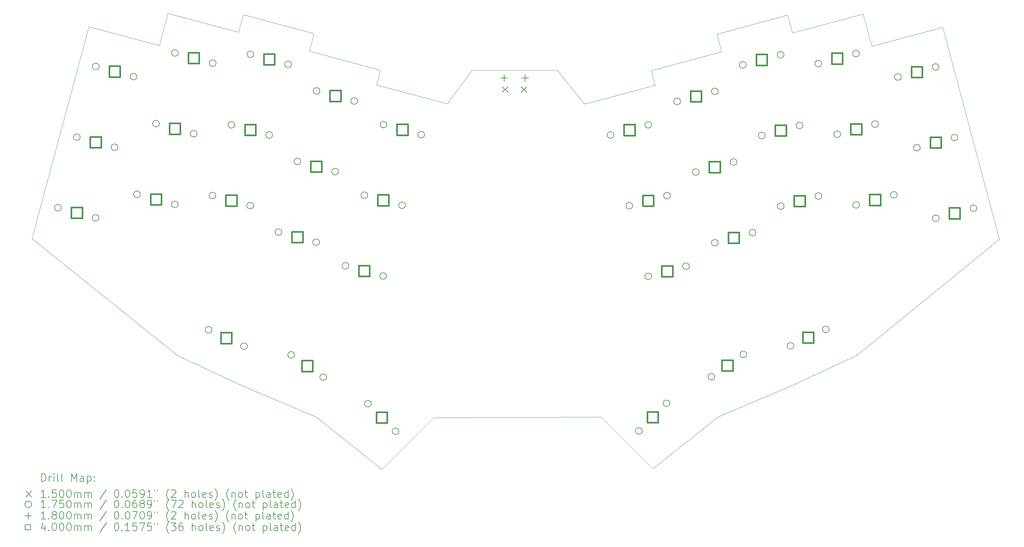
<source format=gbr>
%FSLAX45Y45*%
G04 Gerber Fmt 4.5, Leading zero omitted, Abs format (unit mm)*
G04 Created by KiCad (PCBNEW (6.0.4)) date 2022-05-01 20:55:47*
%MOMM*%
%LPD*%
G01*
G04 APERTURE LIST*
%TA.AperFunction,Profile*%
%ADD10C,0.100000*%
%TD*%
%ADD11C,0.200000*%
%ADD12C,0.150000*%
%ADD13C,0.175000*%
%ADD14C,0.180000*%
%ADD15C,0.400000*%
G04 APERTURE END LIST*
D10*
X5887500Y-3002500D02*
X7725000Y-3495000D01*
X17160000Y-13522500D02*
X12800000Y-13532500D01*
X9745000Y-13517500D02*
X7865000Y-12727500D01*
X7725000Y-3495000D02*
X7850000Y-3035000D01*
X20175000Y-3542500D02*
X20297500Y-4002500D01*
X3825000Y-3352500D02*
X5662500Y-3845000D01*
X20212500Y-13507500D02*
X18507500Y-14867500D01*
X23980000Y-3017500D02*
X22140000Y-3507500D01*
X22015000Y-3047500D02*
X20175000Y-3542500D01*
X13805000Y-4487500D02*
X13155000Y-5360000D01*
X11412500Y-4482500D02*
X11310000Y-4865000D01*
X11310000Y-4865000D02*
X13155000Y-5360000D01*
X24205000Y-3857500D02*
X23980000Y-3017500D01*
X2345000Y-8875000D02*
X3825000Y-3352500D01*
X18567500Y-4877500D02*
X16732500Y-5370000D01*
X12800000Y-13532500D02*
X11452500Y-14880000D01*
X26052500Y-3365000D02*
X27530000Y-8885000D01*
X23820000Y-11912500D02*
X22092500Y-12717500D01*
X7865000Y-12727500D02*
X6140000Y-11922500D01*
X5662500Y-3845000D02*
X5887500Y-3002500D01*
X18465000Y-4492500D02*
X18567500Y-4877500D01*
X9567500Y-3990000D02*
X11412500Y-4482500D01*
X11452500Y-14880000D02*
X9745000Y-13517500D01*
X27530000Y-8885000D02*
X23820000Y-11912500D01*
X7850000Y-3035000D02*
X9690000Y-3527500D01*
X22092500Y-12717500D02*
X20212500Y-13507500D01*
X9690000Y-3527500D02*
X9567500Y-3990000D01*
X6140000Y-11922500D02*
X2345000Y-8875000D01*
X18507500Y-14867500D02*
X17160000Y-13522500D01*
X20297500Y-4002500D02*
X18465000Y-4492500D01*
X26052500Y-3365000D02*
X24205000Y-3857500D01*
X22140000Y-3507500D02*
X22015000Y-3047500D01*
X16017500Y-4487500D02*
X13805000Y-4487500D01*
X16732500Y-5370000D02*
X16017500Y-4487500D01*
D11*
D12*
X14592300Y-4914600D02*
X14742300Y-5064600D01*
X14742300Y-4914600D02*
X14592300Y-5064600D01*
X15077300Y-4914600D02*
X15227300Y-5064600D01*
X15227300Y-4914600D02*
X15077300Y-5064600D01*
D13*
X3110458Y-8068813D02*
G75*
G03*
X3110458Y-8068813I-87500J0D01*
G01*
X3603509Y-6228724D02*
G75*
G03*
X3603509Y-6228724I-87500J0D01*
G01*
X4091839Y-8331773D02*
G75*
G03*
X4091839Y-8331773I-87500J0D01*
G01*
X4096559Y-4388635D02*
G75*
G03*
X4096559Y-4388635I-87500J0D01*
G01*
X4584889Y-6491684D02*
G75*
G03*
X4584889Y-6491684I-87500J0D01*
G01*
X5077940Y-4651596D02*
G75*
G03*
X5077940Y-4651596I-87500J0D01*
G01*
X5171095Y-7717033D02*
G75*
G03*
X5171095Y-7717033I-87500J0D01*
G01*
X5664145Y-5876944D02*
G75*
G03*
X5664145Y-5876944I-87500J0D01*
G01*
X6152476Y-7979993D02*
G75*
G03*
X6152476Y-7979993I-87500J0D01*
G01*
X6157196Y-4036856D02*
G75*
G03*
X6157196Y-4036856I-87500J0D01*
G01*
X6645526Y-6139905D02*
G75*
G03*
X6645526Y-6139905I-87500J0D01*
G01*
X7032944Y-11247241D02*
G75*
G03*
X7032944Y-11247241I-87500J0D01*
G01*
X7134446Y-7750061D02*
G75*
G03*
X7134446Y-7750061I-87500J0D01*
G01*
X7138576Y-4299816D02*
G75*
G03*
X7138576Y-4299816I-87500J0D01*
G01*
X7627497Y-5909973D02*
G75*
G03*
X7627497Y-5909973I-87500J0D01*
G01*
X7953753Y-11676621D02*
G75*
G03*
X7953753Y-11676621I-87500J0D01*
G01*
X8115827Y-8013021D02*
G75*
G03*
X8115827Y-8013021I-87500J0D01*
G01*
X8120547Y-4069884D02*
G75*
G03*
X8120547Y-4069884I-87500J0D01*
G01*
X8608877Y-6172933D02*
G75*
G03*
X8608877Y-6172933I-87500J0D01*
G01*
X8851273Y-8703134D02*
G75*
G03*
X8851273Y-8703134I-87500J0D01*
G01*
X9101928Y-4332844D02*
G75*
G03*
X9101928Y-4332844I-87500J0D01*
G01*
X9182902Y-11899120D02*
G75*
G03*
X9182902Y-11899120I-87500J0D01*
G01*
X9344323Y-6863045D02*
G75*
G03*
X9344323Y-6863045I-87500J0D01*
G01*
X9832653Y-8966094D02*
G75*
G03*
X9832653Y-8966094I-87500J0D01*
G01*
X9842807Y-5024412D02*
G75*
G03*
X9842807Y-5024412I-87500J0D01*
G01*
X10015160Y-12481874D02*
G75*
G03*
X10015160Y-12481874I-87500J0D01*
G01*
X10325704Y-7126005D02*
G75*
G03*
X10325704Y-7126005I-87500J0D01*
G01*
X10594076Y-9580992D02*
G75*
G03*
X10594076Y-9580992I-87500J0D01*
G01*
X10824187Y-5287372D02*
G75*
G03*
X10824187Y-5287372I-87500J0D01*
G01*
X11087126Y-7740903D02*
G75*
G03*
X11087126Y-7740903I-87500J0D01*
G01*
X11181153Y-13173216D02*
G75*
G03*
X11181153Y-13173216I-87500J0D01*
G01*
X11575456Y-9843952D02*
G75*
G03*
X11575456Y-9843952I-87500J0D01*
G01*
X11585610Y-5902270D02*
G75*
G03*
X11585610Y-5902270I-87500J0D01*
G01*
X11899574Y-13891636D02*
G75*
G03*
X11899574Y-13891636I-87500J0D01*
G01*
X12068507Y-8003863D02*
G75*
G03*
X12068507Y-8003863I-87500J0D01*
G01*
X12566990Y-6165230D02*
G75*
G03*
X12566990Y-6165230I-87500J0D01*
G01*
X17495978Y-6173318D02*
G75*
G03*
X17495978Y-6173318I-87500J0D01*
G01*
X17983595Y-8014863D02*
G75*
G03*
X17983595Y-8014863I-87500J0D01*
G01*
X18234632Y-13880636D02*
G75*
G03*
X18234632Y-13880636I-87500J0D01*
G01*
X18476645Y-9854952D02*
G75*
G03*
X18476645Y-9854952I-87500J0D01*
G01*
X18477359Y-5910358D02*
G75*
G03*
X18477359Y-5910358I-87500J0D01*
G01*
X18953052Y-13162216D02*
G75*
G03*
X18953052Y-13162216I-87500J0D01*
G01*
X18964976Y-7751903D02*
G75*
G03*
X18964976Y-7751903I-87500J0D01*
G01*
X19227915Y-5298372D02*
G75*
G03*
X19227915Y-5298372I-87500J0D01*
G01*
X19458026Y-9591992D02*
G75*
G03*
X19458026Y-9591992I-87500J0D01*
G01*
X19715532Y-7139917D02*
G75*
G03*
X19715532Y-7139917I-87500J0D01*
G01*
X20119045Y-12470874D02*
G75*
G03*
X20119045Y-12470874I-87500J0D01*
G01*
X20208582Y-8980006D02*
G75*
G03*
X20208582Y-8980006I-87500J0D01*
G01*
X20209295Y-5035412D02*
G75*
G03*
X20209295Y-5035412I-87500J0D01*
G01*
X20696912Y-6876957D02*
G75*
G03*
X20696912Y-6876957I-87500J0D01*
G01*
X20939307Y-4346756D02*
G75*
G03*
X20939307Y-4346756I-87500J0D01*
G01*
X20951304Y-11888120D02*
G75*
G03*
X20951304Y-11888120I-87500J0D01*
G01*
X21189962Y-8717045D02*
G75*
G03*
X21189962Y-8717045I-87500J0D01*
G01*
X21432358Y-6186844D02*
G75*
G03*
X21432358Y-6186844I-87500J0D01*
G01*
X21920688Y-4083795D02*
G75*
G03*
X21920688Y-4083795I-87500J0D01*
G01*
X21925408Y-8026933D02*
G75*
G03*
X21925408Y-8026933I-87500J0D01*
G01*
X22180453Y-11665621D02*
G75*
G03*
X22180453Y-11665621I-87500J0D01*
G01*
X22413738Y-5923884D02*
G75*
G03*
X22413738Y-5923884I-87500J0D01*
G01*
X22902659Y-4313728D02*
G75*
G03*
X22902659Y-4313728I-87500J0D01*
G01*
X22906788Y-7763973D02*
G75*
G03*
X22906788Y-7763973I-87500J0D01*
G01*
X23101261Y-11236241D02*
G75*
G03*
X23101261Y-11236241I-87500J0D01*
G01*
X23395709Y-6153816D02*
G75*
G03*
X23395709Y-6153816I-87500J0D01*
G01*
X23884039Y-4050767D02*
G75*
G03*
X23884039Y-4050767I-87500J0D01*
G01*
X23888759Y-7993905D02*
G75*
G03*
X23888759Y-7993905I-87500J0D01*
G01*
X24377089Y-5890856D02*
G75*
G03*
X24377089Y-5890856I-87500J0D01*
G01*
X24870140Y-7730945D02*
G75*
G03*
X24870140Y-7730945I-87500J0D01*
G01*
X24974162Y-4662595D02*
G75*
G03*
X24974162Y-4662595I-87500J0D01*
G01*
X25467212Y-6502684D02*
G75*
G03*
X25467212Y-6502684I-87500J0D01*
G01*
X25955543Y-4399635D02*
G75*
G03*
X25955543Y-4399635I-87500J0D01*
G01*
X25960263Y-8342773D02*
G75*
G03*
X25960263Y-8342773I-87500J0D01*
G01*
X26448593Y-6239724D02*
G75*
G03*
X26448593Y-6239724I-87500J0D01*
G01*
X26941643Y-8079813D02*
G75*
G03*
X26941643Y-8079813I-87500J0D01*
G01*
D14*
X14637300Y-4596600D02*
X14637300Y-4776600D01*
X14547300Y-4686600D02*
X14727300Y-4686600D01*
X15182300Y-4596600D02*
X15182300Y-4776600D01*
X15092300Y-4686600D02*
X15272300Y-4686600D01*
D15*
X3655071Y-8341716D02*
X3655071Y-8058870D01*
X3372226Y-8058870D01*
X3372226Y-8341716D01*
X3655071Y-8341716D01*
X4148122Y-6501627D02*
X4148122Y-6218781D01*
X3865276Y-6218781D01*
X3865276Y-6501627D01*
X4148122Y-6501627D01*
X4641172Y-4661538D02*
X4641172Y-4378693D01*
X4358327Y-4378693D01*
X4358327Y-4661538D01*
X4641172Y-4661538D01*
X5715708Y-7989936D02*
X5715708Y-7707091D01*
X5432863Y-7707091D01*
X5432863Y-7989936D01*
X5715708Y-7989936D01*
X6208758Y-6149847D02*
X6208758Y-5867002D01*
X5925913Y-5867002D01*
X5925913Y-6149847D01*
X6208758Y-6149847D01*
X6701809Y-4309759D02*
X6701809Y-4026913D01*
X6418963Y-4026913D01*
X6418963Y-4309759D01*
X6701809Y-4309759D01*
X7547271Y-11603353D02*
X7547271Y-11320508D01*
X7264425Y-11320508D01*
X7264425Y-11603353D01*
X7547271Y-11603353D01*
X7679059Y-8022964D02*
X7679059Y-7740119D01*
X7396214Y-7740119D01*
X7396214Y-8022964D01*
X7679059Y-8022964D01*
X8172110Y-6182875D02*
X8172110Y-5900030D01*
X7889264Y-5900030D01*
X7889264Y-6182875D01*
X8172110Y-6182875D01*
X8665160Y-4342787D02*
X8665160Y-4059941D01*
X8382315Y-4059941D01*
X8382315Y-4342787D01*
X8665160Y-4342787D01*
X9395886Y-8976037D02*
X9395886Y-8693191D01*
X9113040Y-8693191D01*
X9113040Y-8976037D01*
X9395886Y-8976037D01*
X9652954Y-12331920D02*
X9652954Y-12049074D01*
X9370108Y-12049074D01*
X9370108Y-12331920D01*
X9652954Y-12331920D01*
X9888936Y-7135948D02*
X9888936Y-6853102D01*
X9606091Y-6853102D01*
X9606091Y-7135948D01*
X9888936Y-7135948D01*
X10387420Y-5297315D02*
X10387420Y-5014470D01*
X10104574Y-5014470D01*
X10104574Y-5297315D01*
X10387420Y-5297315D01*
X11138689Y-9853895D02*
X11138689Y-9571049D01*
X10855843Y-9571049D01*
X10855843Y-9853895D01*
X11138689Y-9853895D01*
X11594286Y-13673848D02*
X11594286Y-13391003D01*
X11311441Y-13391003D01*
X11311441Y-13673848D01*
X11594286Y-13673848D01*
X11631739Y-8013806D02*
X11631739Y-7730960D01*
X11348894Y-7730960D01*
X11348894Y-8013806D01*
X11631739Y-8013806D01*
X12130223Y-6175173D02*
X12130223Y-5892328D01*
X11847377Y-5892328D01*
X11847377Y-6175173D01*
X12130223Y-6175173D01*
X18040591Y-6183261D02*
X18040591Y-5900416D01*
X17757746Y-5900416D01*
X17757746Y-6183261D01*
X18040591Y-6183261D01*
X18528208Y-8024806D02*
X18528208Y-7741960D01*
X18245363Y-7741960D01*
X18245363Y-8024806D01*
X18528208Y-8024806D01*
X18647765Y-13662849D02*
X18647765Y-13380003D01*
X18364919Y-13380003D01*
X18364919Y-13662849D01*
X18647765Y-13662849D01*
X19021258Y-9864894D02*
X19021258Y-9582049D01*
X18738413Y-9582049D01*
X18738413Y-9864894D01*
X19021258Y-9864894D01*
X19772528Y-5308315D02*
X19772528Y-5025469D01*
X19489682Y-5025469D01*
X19489682Y-5308315D01*
X19772528Y-5308315D01*
X20260145Y-7149859D02*
X20260145Y-6867014D01*
X19977299Y-6867014D01*
X19977299Y-7149859D01*
X20260145Y-7149859D01*
X20589097Y-12320920D02*
X20589097Y-12038074D01*
X20306252Y-12038074D01*
X20306252Y-12320920D01*
X20589097Y-12320920D01*
X20753195Y-8989948D02*
X20753195Y-8707103D01*
X20470349Y-8707103D01*
X20470349Y-8989948D01*
X20753195Y-8989948D01*
X21483920Y-4356698D02*
X21483920Y-4073853D01*
X21201075Y-4073853D01*
X21201075Y-4356698D01*
X21483920Y-4356698D01*
X21976971Y-6196787D02*
X21976971Y-5913941D01*
X21694125Y-5913941D01*
X21694125Y-6196787D01*
X21976971Y-6196787D01*
X22470021Y-8036876D02*
X22470021Y-7754030D01*
X22187176Y-7754030D01*
X22187176Y-8036876D01*
X22470021Y-8036876D01*
X22694780Y-11592354D02*
X22694780Y-11309508D01*
X22411934Y-11309508D01*
X22411934Y-11592354D01*
X22694780Y-11592354D01*
X23447272Y-4323670D02*
X23447272Y-4040825D01*
X23164426Y-4040825D01*
X23164426Y-4323670D01*
X23447272Y-4323670D01*
X23940322Y-6163759D02*
X23940322Y-5880913D01*
X23657476Y-5880913D01*
X23657476Y-6163759D01*
X23940322Y-6163759D01*
X24433372Y-8003847D02*
X24433372Y-7721002D01*
X24150527Y-7721002D01*
X24150527Y-8003847D01*
X24433372Y-8003847D01*
X25518775Y-4672538D02*
X25518775Y-4389693D01*
X25235930Y-4389693D01*
X25235930Y-4672538D01*
X25518775Y-4672538D01*
X26011825Y-6512627D02*
X26011825Y-6229781D01*
X25728980Y-6229781D01*
X25728980Y-6512627D01*
X26011825Y-6512627D01*
X26504876Y-8352715D02*
X26504876Y-8069870D01*
X26222030Y-8069870D01*
X26222030Y-8352715D01*
X26504876Y-8352715D01*
D11*
X2597619Y-15195476D02*
X2597619Y-14995476D01*
X2645238Y-14995476D01*
X2673810Y-15005000D01*
X2692857Y-15024048D01*
X2702381Y-15043095D01*
X2711905Y-15081190D01*
X2711905Y-15109762D01*
X2702381Y-15147857D01*
X2692857Y-15166905D01*
X2673810Y-15185952D01*
X2645238Y-15195476D01*
X2597619Y-15195476D01*
X2797619Y-15195476D02*
X2797619Y-15062143D01*
X2797619Y-15100238D02*
X2807143Y-15081190D01*
X2816667Y-15071667D01*
X2835714Y-15062143D01*
X2854762Y-15062143D01*
X2921428Y-15195476D02*
X2921428Y-15062143D01*
X2921428Y-14995476D02*
X2911905Y-15005000D01*
X2921428Y-15014524D01*
X2930952Y-15005000D01*
X2921428Y-14995476D01*
X2921428Y-15014524D01*
X3045238Y-15195476D02*
X3026190Y-15185952D01*
X3016667Y-15166905D01*
X3016667Y-14995476D01*
X3150000Y-15195476D02*
X3130952Y-15185952D01*
X3121428Y-15166905D01*
X3121428Y-14995476D01*
X3378571Y-15195476D02*
X3378571Y-14995476D01*
X3445238Y-15138333D01*
X3511905Y-14995476D01*
X3511905Y-15195476D01*
X3692857Y-15195476D02*
X3692857Y-15090714D01*
X3683333Y-15071667D01*
X3664286Y-15062143D01*
X3626190Y-15062143D01*
X3607143Y-15071667D01*
X3692857Y-15185952D02*
X3673809Y-15195476D01*
X3626190Y-15195476D01*
X3607143Y-15185952D01*
X3597619Y-15166905D01*
X3597619Y-15147857D01*
X3607143Y-15128809D01*
X3626190Y-15119286D01*
X3673809Y-15119286D01*
X3692857Y-15109762D01*
X3788095Y-15062143D02*
X3788095Y-15262143D01*
X3788095Y-15071667D02*
X3807143Y-15062143D01*
X3845238Y-15062143D01*
X3864286Y-15071667D01*
X3873809Y-15081190D01*
X3883333Y-15100238D01*
X3883333Y-15157381D01*
X3873809Y-15176428D01*
X3864286Y-15185952D01*
X3845238Y-15195476D01*
X3807143Y-15195476D01*
X3788095Y-15185952D01*
X3969048Y-15176428D02*
X3978571Y-15185952D01*
X3969048Y-15195476D01*
X3959524Y-15185952D01*
X3969048Y-15176428D01*
X3969048Y-15195476D01*
X3969048Y-15071667D02*
X3978571Y-15081190D01*
X3969048Y-15090714D01*
X3959524Y-15081190D01*
X3969048Y-15071667D01*
X3969048Y-15090714D01*
D12*
X2190000Y-15450000D02*
X2340000Y-15600000D01*
X2340000Y-15450000D02*
X2190000Y-15600000D01*
D11*
X2702381Y-15615476D02*
X2588095Y-15615476D01*
X2645238Y-15615476D02*
X2645238Y-15415476D01*
X2626190Y-15444048D01*
X2607143Y-15463095D01*
X2588095Y-15472619D01*
X2788095Y-15596428D02*
X2797619Y-15605952D01*
X2788095Y-15615476D01*
X2778571Y-15605952D01*
X2788095Y-15596428D01*
X2788095Y-15615476D01*
X2978571Y-15415476D02*
X2883333Y-15415476D01*
X2873809Y-15510714D01*
X2883333Y-15501190D01*
X2902381Y-15491667D01*
X2950000Y-15491667D01*
X2969048Y-15501190D01*
X2978571Y-15510714D01*
X2988095Y-15529762D01*
X2988095Y-15577381D01*
X2978571Y-15596428D01*
X2969048Y-15605952D01*
X2950000Y-15615476D01*
X2902381Y-15615476D01*
X2883333Y-15605952D01*
X2873809Y-15596428D01*
X3111905Y-15415476D02*
X3130952Y-15415476D01*
X3150000Y-15425000D01*
X3159524Y-15434524D01*
X3169048Y-15453571D01*
X3178571Y-15491667D01*
X3178571Y-15539286D01*
X3169048Y-15577381D01*
X3159524Y-15596428D01*
X3150000Y-15605952D01*
X3130952Y-15615476D01*
X3111905Y-15615476D01*
X3092857Y-15605952D01*
X3083333Y-15596428D01*
X3073809Y-15577381D01*
X3064286Y-15539286D01*
X3064286Y-15491667D01*
X3073809Y-15453571D01*
X3083333Y-15434524D01*
X3092857Y-15425000D01*
X3111905Y-15415476D01*
X3302381Y-15415476D02*
X3321428Y-15415476D01*
X3340476Y-15425000D01*
X3350000Y-15434524D01*
X3359524Y-15453571D01*
X3369048Y-15491667D01*
X3369048Y-15539286D01*
X3359524Y-15577381D01*
X3350000Y-15596428D01*
X3340476Y-15605952D01*
X3321428Y-15615476D01*
X3302381Y-15615476D01*
X3283333Y-15605952D01*
X3273809Y-15596428D01*
X3264286Y-15577381D01*
X3254762Y-15539286D01*
X3254762Y-15491667D01*
X3264286Y-15453571D01*
X3273809Y-15434524D01*
X3283333Y-15425000D01*
X3302381Y-15415476D01*
X3454762Y-15615476D02*
X3454762Y-15482143D01*
X3454762Y-15501190D02*
X3464286Y-15491667D01*
X3483333Y-15482143D01*
X3511905Y-15482143D01*
X3530952Y-15491667D01*
X3540476Y-15510714D01*
X3540476Y-15615476D01*
X3540476Y-15510714D02*
X3550000Y-15491667D01*
X3569048Y-15482143D01*
X3597619Y-15482143D01*
X3616667Y-15491667D01*
X3626190Y-15510714D01*
X3626190Y-15615476D01*
X3721428Y-15615476D02*
X3721428Y-15482143D01*
X3721428Y-15501190D02*
X3730952Y-15491667D01*
X3750000Y-15482143D01*
X3778571Y-15482143D01*
X3797619Y-15491667D01*
X3807143Y-15510714D01*
X3807143Y-15615476D01*
X3807143Y-15510714D02*
X3816667Y-15491667D01*
X3835714Y-15482143D01*
X3864286Y-15482143D01*
X3883333Y-15491667D01*
X3892857Y-15510714D01*
X3892857Y-15615476D01*
X4283333Y-15405952D02*
X4111905Y-15663095D01*
X4540476Y-15415476D02*
X4559524Y-15415476D01*
X4578571Y-15425000D01*
X4588095Y-15434524D01*
X4597619Y-15453571D01*
X4607143Y-15491667D01*
X4607143Y-15539286D01*
X4597619Y-15577381D01*
X4588095Y-15596428D01*
X4578571Y-15605952D01*
X4559524Y-15615476D01*
X4540476Y-15615476D01*
X4521429Y-15605952D01*
X4511905Y-15596428D01*
X4502381Y-15577381D01*
X4492857Y-15539286D01*
X4492857Y-15491667D01*
X4502381Y-15453571D01*
X4511905Y-15434524D01*
X4521429Y-15425000D01*
X4540476Y-15415476D01*
X4692857Y-15596428D02*
X4702381Y-15605952D01*
X4692857Y-15615476D01*
X4683333Y-15605952D01*
X4692857Y-15596428D01*
X4692857Y-15615476D01*
X4826190Y-15415476D02*
X4845238Y-15415476D01*
X4864286Y-15425000D01*
X4873810Y-15434524D01*
X4883333Y-15453571D01*
X4892857Y-15491667D01*
X4892857Y-15539286D01*
X4883333Y-15577381D01*
X4873810Y-15596428D01*
X4864286Y-15605952D01*
X4845238Y-15615476D01*
X4826190Y-15615476D01*
X4807143Y-15605952D01*
X4797619Y-15596428D01*
X4788095Y-15577381D01*
X4778571Y-15539286D01*
X4778571Y-15491667D01*
X4788095Y-15453571D01*
X4797619Y-15434524D01*
X4807143Y-15425000D01*
X4826190Y-15415476D01*
X5073810Y-15415476D02*
X4978571Y-15415476D01*
X4969048Y-15510714D01*
X4978571Y-15501190D01*
X4997619Y-15491667D01*
X5045238Y-15491667D01*
X5064286Y-15501190D01*
X5073810Y-15510714D01*
X5083333Y-15529762D01*
X5083333Y-15577381D01*
X5073810Y-15596428D01*
X5064286Y-15605952D01*
X5045238Y-15615476D01*
X4997619Y-15615476D01*
X4978571Y-15605952D01*
X4969048Y-15596428D01*
X5178571Y-15615476D02*
X5216667Y-15615476D01*
X5235714Y-15605952D01*
X5245238Y-15596428D01*
X5264286Y-15567857D01*
X5273810Y-15529762D01*
X5273810Y-15453571D01*
X5264286Y-15434524D01*
X5254762Y-15425000D01*
X5235714Y-15415476D01*
X5197619Y-15415476D01*
X5178571Y-15425000D01*
X5169048Y-15434524D01*
X5159524Y-15453571D01*
X5159524Y-15501190D01*
X5169048Y-15520238D01*
X5178571Y-15529762D01*
X5197619Y-15539286D01*
X5235714Y-15539286D01*
X5254762Y-15529762D01*
X5264286Y-15520238D01*
X5273810Y-15501190D01*
X5464286Y-15615476D02*
X5350000Y-15615476D01*
X5407143Y-15615476D02*
X5407143Y-15415476D01*
X5388095Y-15444048D01*
X5369048Y-15463095D01*
X5350000Y-15472619D01*
X5540476Y-15415476D02*
X5540476Y-15453571D01*
X5616667Y-15415476D02*
X5616667Y-15453571D01*
X5911905Y-15691667D02*
X5902381Y-15682143D01*
X5883333Y-15653571D01*
X5873809Y-15634524D01*
X5864286Y-15605952D01*
X5854762Y-15558333D01*
X5854762Y-15520238D01*
X5864286Y-15472619D01*
X5873809Y-15444048D01*
X5883333Y-15425000D01*
X5902381Y-15396428D01*
X5911905Y-15386905D01*
X5978571Y-15434524D02*
X5988095Y-15425000D01*
X6007143Y-15415476D01*
X6054762Y-15415476D01*
X6073809Y-15425000D01*
X6083333Y-15434524D01*
X6092857Y-15453571D01*
X6092857Y-15472619D01*
X6083333Y-15501190D01*
X5969048Y-15615476D01*
X6092857Y-15615476D01*
X6330952Y-15615476D02*
X6330952Y-15415476D01*
X6416667Y-15615476D02*
X6416667Y-15510714D01*
X6407143Y-15491667D01*
X6388095Y-15482143D01*
X6359524Y-15482143D01*
X6340476Y-15491667D01*
X6330952Y-15501190D01*
X6540476Y-15615476D02*
X6521428Y-15605952D01*
X6511905Y-15596428D01*
X6502381Y-15577381D01*
X6502381Y-15520238D01*
X6511905Y-15501190D01*
X6521428Y-15491667D01*
X6540476Y-15482143D01*
X6569048Y-15482143D01*
X6588095Y-15491667D01*
X6597619Y-15501190D01*
X6607143Y-15520238D01*
X6607143Y-15577381D01*
X6597619Y-15596428D01*
X6588095Y-15605952D01*
X6569048Y-15615476D01*
X6540476Y-15615476D01*
X6721428Y-15615476D02*
X6702381Y-15605952D01*
X6692857Y-15586905D01*
X6692857Y-15415476D01*
X6873809Y-15605952D02*
X6854762Y-15615476D01*
X6816667Y-15615476D01*
X6797619Y-15605952D01*
X6788095Y-15586905D01*
X6788095Y-15510714D01*
X6797619Y-15491667D01*
X6816667Y-15482143D01*
X6854762Y-15482143D01*
X6873809Y-15491667D01*
X6883333Y-15510714D01*
X6883333Y-15529762D01*
X6788095Y-15548809D01*
X6959524Y-15605952D02*
X6978571Y-15615476D01*
X7016667Y-15615476D01*
X7035714Y-15605952D01*
X7045238Y-15586905D01*
X7045238Y-15577381D01*
X7035714Y-15558333D01*
X7016667Y-15548809D01*
X6988095Y-15548809D01*
X6969048Y-15539286D01*
X6959524Y-15520238D01*
X6959524Y-15510714D01*
X6969048Y-15491667D01*
X6988095Y-15482143D01*
X7016667Y-15482143D01*
X7035714Y-15491667D01*
X7111905Y-15691667D02*
X7121428Y-15682143D01*
X7140476Y-15653571D01*
X7150000Y-15634524D01*
X7159524Y-15605952D01*
X7169048Y-15558333D01*
X7169048Y-15520238D01*
X7159524Y-15472619D01*
X7150000Y-15444048D01*
X7140476Y-15425000D01*
X7121428Y-15396428D01*
X7111905Y-15386905D01*
X7473809Y-15691667D02*
X7464286Y-15682143D01*
X7445238Y-15653571D01*
X7435714Y-15634524D01*
X7426190Y-15605952D01*
X7416667Y-15558333D01*
X7416667Y-15520238D01*
X7426190Y-15472619D01*
X7435714Y-15444048D01*
X7445238Y-15425000D01*
X7464286Y-15396428D01*
X7473809Y-15386905D01*
X7550000Y-15482143D02*
X7550000Y-15615476D01*
X7550000Y-15501190D02*
X7559524Y-15491667D01*
X7578571Y-15482143D01*
X7607143Y-15482143D01*
X7626190Y-15491667D01*
X7635714Y-15510714D01*
X7635714Y-15615476D01*
X7759524Y-15615476D02*
X7740476Y-15605952D01*
X7730952Y-15596428D01*
X7721428Y-15577381D01*
X7721428Y-15520238D01*
X7730952Y-15501190D01*
X7740476Y-15491667D01*
X7759524Y-15482143D01*
X7788095Y-15482143D01*
X7807143Y-15491667D01*
X7816667Y-15501190D01*
X7826190Y-15520238D01*
X7826190Y-15577381D01*
X7816667Y-15596428D01*
X7807143Y-15605952D01*
X7788095Y-15615476D01*
X7759524Y-15615476D01*
X7883333Y-15482143D02*
X7959524Y-15482143D01*
X7911905Y-15415476D02*
X7911905Y-15586905D01*
X7921428Y-15605952D01*
X7940476Y-15615476D01*
X7959524Y-15615476D01*
X8178571Y-15482143D02*
X8178571Y-15682143D01*
X8178571Y-15491667D02*
X8197619Y-15482143D01*
X8235714Y-15482143D01*
X8254762Y-15491667D01*
X8264286Y-15501190D01*
X8273809Y-15520238D01*
X8273809Y-15577381D01*
X8264286Y-15596428D01*
X8254762Y-15605952D01*
X8235714Y-15615476D01*
X8197619Y-15615476D01*
X8178571Y-15605952D01*
X8388095Y-15615476D02*
X8369048Y-15605952D01*
X8359524Y-15586905D01*
X8359524Y-15415476D01*
X8550000Y-15615476D02*
X8550000Y-15510714D01*
X8540476Y-15491667D01*
X8521429Y-15482143D01*
X8483333Y-15482143D01*
X8464286Y-15491667D01*
X8550000Y-15605952D02*
X8530952Y-15615476D01*
X8483333Y-15615476D01*
X8464286Y-15605952D01*
X8454762Y-15586905D01*
X8454762Y-15567857D01*
X8464286Y-15548809D01*
X8483333Y-15539286D01*
X8530952Y-15539286D01*
X8550000Y-15529762D01*
X8616667Y-15482143D02*
X8692857Y-15482143D01*
X8645238Y-15415476D02*
X8645238Y-15586905D01*
X8654762Y-15605952D01*
X8673810Y-15615476D01*
X8692857Y-15615476D01*
X8835714Y-15605952D02*
X8816667Y-15615476D01*
X8778571Y-15615476D01*
X8759524Y-15605952D01*
X8750000Y-15586905D01*
X8750000Y-15510714D01*
X8759524Y-15491667D01*
X8778571Y-15482143D01*
X8816667Y-15482143D01*
X8835714Y-15491667D01*
X8845238Y-15510714D01*
X8845238Y-15529762D01*
X8750000Y-15548809D01*
X9016667Y-15615476D02*
X9016667Y-15415476D01*
X9016667Y-15605952D02*
X8997619Y-15615476D01*
X8959524Y-15615476D01*
X8940476Y-15605952D01*
X8930952Y-15596428D01*
X8921429Y-15577381D01*
X8921429Y-15520238D01*
X8930952Y-15501190D01*
X8940476Y-15491667D01*
X8959524Y-15482143D01*
X8997619Y-15482143D01*
X9016667Y-15491667D01*
X9092857Y-15691667D02*
X9102381Y-15682143D01*
X9121429Y-15653571D01*
X9130952Y-15634524D01*
X9140476Y-15605952D01*
X9150000Y-15558333D01*
X9150000Y-15520238D01*
X9140476Y-15472619D01*
X9130952Y-15444048D01*
X9121429Y-15425000D01*
X9102381Y-15396428D01*
X9092857Y-15386905D01*
D13*
X2340000Y-15795000D02*
G75*
G03*
X2340000Y-15795000I-87500J0D01*
G01*
D11*
X2702381Y-15885476D02*
X2588095Y-15885476D01*
X2645238Y-15885476D02*
X2645238Y-15685476D01*
X2626190Y-15714048D01*
X2607143Y-15733095D01*
X2588095Y-15742619D01*
X2788095Y-15866428D02*
X2797619Y-15875952D01*
X2788095Y-15885476D01*
X2778571Y-15875952D01*
X2788095Y-15866428D01*
X2788095Y-15885476D01*
X2864286Y-15685476D02*
X2997619Y-15685476D01*
X2911905Y-15885476D01*
X3169048Y-15685476D02*
X3073809Y-15685476D01*
X3064286Y-15780714D01*
X3073809Y-15771190D01*
X3092857Y-15761667D01*
X3140476Y-15761667D01*
X3159524Y-15771190D01*
X3169048Y-15780714D01*
X3178571Y-15799762D01*
X3178571Y-15847381D01*
X3169048Y-15866428D01*
X3159524Y-15875952D01*
X3140476Y-15885476D01*
X3092857Y-15885476D01*
X3073809Y-15875952D01*
X3064286Y-15866428D01*
X3302381Y-15685476D02*
X3321428Y-15685476D01*
X3340476Y-15695000D01*
X3350000Y-15704524D01*
X3359524Y-15723571D01*
X3369048Y-15761667D01*
X3369048Y-15809286D01*
X3359524Y-15847381D01*
X3350000Y-15866428D01*
X3340476Y-15875952D01*
X3321428Y-15885476D01*
X3302381Y-15885476D01*
X3283333Y-15875952D01*
X3273809Y-15866428D01*
X3264286Y-15847381D01*
X3254762Y-15809286D01*
X3254762Y-15761667D01*
X3264286Y-15723571D01*
X3273809Y-15704524D01*
X3283333Y-15695000D01*
X3302381Y-15685476D01*
X3454762Y-15885476D02*
X3454762Y-15752143D01*
X3454762Y-15771190D02*
X3464286Y-15761667D01*
X3483333Y-15752143D01*
X3511905Y-15752143D01*
X3530952Y-15761667D01*
X3540476Y-15780714D01*
X3540476Y-15885476D01*
X3540476Y-15780714D02*
X3550000Y-15761667D01*
X3569048Y-15752143D01*
X3597619Y-15752143D01*
X3616667Y-15761667D01*
X3626190Y-15780714D01*
X3626190Y-15885476D01*
X3721428Y-15885476D02*
X3721428Y-15752143D01*
X3721428Y-15771190D02*
X3730952Y-15761667D01*
X3750000Y-15752143D01*
X3778571Y-15752143D01*
X3797619Y-15761667D01*
X3807143Y-15780714D01*
X3807143Y-15885476D01*
X3807143Y-15780714D02*
X3816667Y-15761667D01*
X3835714Y-15752143D01*
X3864286Y-15752143D01*
X3883333Y-15761667D01*
X3892857Y-15780714D01*
X3892857Y-15885476D01*
X4283333Y-15675952D02*
X4111905Y-15933095D01*
X4540476Y-15685476D02*
X4559524Y-15685476D01*
X4578571Y-15695000D01*
X4588095Y-15704524D01*
X4597619Y-15723571D01*
X4607143Y-15761667D01*
X4607143Y-15809286D01*
X4597619Y-15847381D01*
X4588095Y-15866428D01*
X4578571Y-15875952D01*
X4559524Y-15885476D01*
X4540476Y-15885476D01*
X4521429Y-15875952D01*
X4511905Y-15866428D01*
X4502381Y-15847381D01*
X4492857Y-15809286D01*
X4492857Y-15761667D01*
X4502381Y-15723571D01*
X4511905Y-15704524D01*
X4521429Y-15695000D01*
X4540476Y-15685476D01*
X4692857Y-15866428D02*
X4702381Y-15875952D01*
X4692857Y-15885476D01*
X4683333Y-15875952D01*
X4692857Y-15866428D01*
X4692857Y-15885476D01*
X4826190Y-15685476D02*
X4845238Y-15685476D01*
X4864286Y-15695000D01*
X4873810Y-15704524D01*
X4883333Y-15723571D01*
X4892857Y-15761667D01*
X4892857Y-15809286D01*
X4883333Y-15847381D01*
X4873810Y-15866428D01*
X4864286Y-15875952D01*
X4845238Y-15885476D01*
X4826190Y-15885476D01*
X4807143Y-15875952D01*
X4797619Y-15866428D01*
X4788095Y-15847381D01*
X4778571Y-15809286D01*
X4778571Y-15761667D01*
X4788095Y-15723571D01*
X4797619Y-15704524D01*
X4807143Y-15695000D01*
X4826190Y-15685476D01*
X5064286Y-15685476D02*
X5026190Y-15685476D01*
X5007143Y-15695000D01*
X4997619Y-15704524D01*
X4978571Y-15733095D01*
X4969048Y-15771190D01*
X4969048Y-15847381D01*
X4978571Y-15866428D01*
X4988095Y-15875952D01*
X5007143Y-15885476D01*
X5045238Y-15885476D01*
X5064286Y-15875952D01*
X5073810Y-15866428D01*
X5083333Y-15847381D01*
X5083333Y-15799762D01*
X5073810Y-15780714D01*
X5064286Y-15771190D01*
X5045238Y-15761667D01*
X5007143Y-15761667D01*
X4988095Y-15771190D01*
X4978571Y-15780714D01*
X4969048Y-15799762D01*
X5197619Y-15771190D02*
X5178571Y-15761667D01*
X5169048Y-15752143D01*
X5159524Y-15733095D01*
X5159524Y-15723571D01*
X5169048Y-15704524D01*
X5178571Y-15695000D01*
X5197619Y-15685476D01*
X5235714Y-15685476D01*
X5254762Y-15695000D01*
X5264286Y-15704524D01*
X5273810Y-15723571D01*
X5273810Y-15733095D01*
X5264286Y-15752143D01*
X5254762Y-15761667D01*
X5235714Y-15771190D01*
X5197619Y-15771190D01*
X5178571Y-15780714D01*
X5169048Y-15790238D01*
X5159524Y-15809286D01*
X5159524Y-15847381D01*
X5169048Y-15866428D01*
X5178571Y-15875952D01*
X5197619Y-15885476D01*
X5235714Y-15885476D01*
X5254762Y-15875952D01*
X5264286Y-15866428D01*
X5273810Y-15847381D01*
X5273810Y-15809286D01*
X5264286Y-15790238D01*
X5254762Y-15780714D01*
X5235714Y-15771190D01*
X5369048Y-15885476D02*
X5407143Y-15885476D01*
X5426190Y-15875952D01*
X5435714Y-15866428D01*
X5454762Y-15837857D01*
X5464286Y-15799762D01*
X5464286Y-15723571D01*
X5454762Y-15704524D01*
X5445238Y-15695000D01*
X5426190Y-15685476D01*
X5388095Y-15685476D01*
X5369048Y-15695000D01*
X5359524Y-15704524D01*
X5350000Y-15723571D01*
X5350000Y-15771190D01*
X5359524Y-15790238D01*
X5369048Y-15799762D01*
X5388095Y-15809286D01*
X5426190Y-15809286D01*
X5445238Y-15799762D01*
X5454762Y-15790238D01*
X5464286Y-15771190D01*
X5540476Y-15685476D02*
X5540476Y-15723571D01*
X5616667Y-15685476D02*
X5616667Y-15723571D01*
X5911905Y-15961667D02*
X5902381Y-15952143D01*
X5883333Y-15923571D01*
X5873809Y-15904524D01*
X5864286Y-15875952D01*
X5854762Y-15828333D01*
X5854762Y-15790238D01*
X5864286Y-15742619D01*
X5873809Y-15714048D01*
X5883333Y-15695000D01*
X5902381Y-15666428D01*
X5911905Y-15656905D01*
X5969048Y-15685476D02*
X6102381Y-15685476D01*
X6016667Y-15885476D01*
X6169048Y-15704524D02*
X6178571Y-15695000D01*
X6197619Y-15685476D01*
X6245238Y-15685476D01*
X6264286Y-15695000D01*
X6273809Y-15704524D01*
X6283333Y-15723571D01*
X6283333Y-15742619D01*
X6273809Y-15771190D01*
X6159524Y-15885476D01*
X6283333Y-15885476D01*
X6521428Y-15885476D02*
X6521428Y-15685476D01*
X6607143Y-15885476D02*
X6607143Y-15780714D01*
X6597619Y-15761667D01*
X6578571Y-15752143D01*
X6550000Y-15752143D01*
X6530952Y-15761667D01*
X6521428Y-15771190D01*
X6730952Y-15885476D02*
X6711905Y-15875952D01*
X6702381Y-15866428D01*
X6692857Y-15847381D01*
X6692857Y-15790238D01*
X6702381Y-15771190D01*
X6711905Y-15761667D01*
X6730952Y-15752143D01*
X6759524Y-15752143D01*
X6778571Y-15761667D01*
X6788095Y-15771190D01*
X6797619Y-15790238D01*
X6797619Y-15847381D01*
X6788095Y-15866428D01*
X6778571Y-15875952D01*
X6759524Y-15885476D01*
X6730952Y-15885476D01*
X6911905Y-15885476D02*
X6892857Y-15875952D01*
X6883333Y-15856905D01*
X6883333Y-15685476D01*
X7064286Y-15875952D02*
X7045238Y-15885476D01*
X7007143Y-15885476D01*
X6988095Y-15875952D01*
X6978571Y-15856905D01*
X6978571Y-15780714D01*
X6988095Y-15761667D01*
X7007143Y-15752143D01*
X7045238Y-15752143D01*
X7064286Y-15761667D01*
X7073809Y-15780714D01*
X7073809Y-15799762D01*
X6978571Y-15818809D01*
X7150000Y-15875952D02*
X7169048Y-15885476D01*
X7207143Y-15885476D01*
X7226190Y-15875952D01*
X7235714Y-15856905D01*
X7235714Y-15847381D01*
X7226190Y-15828333D01*
X7207143Y-15818809D01*
X7178571Y-15818809D01*
X7159524Y-15809286D01*
X7150000Y-15790238D01*
X7150000Y-15780714D01*
X7159524Y-15761667D01*
X7178571Y-15752143D01*
X7207143Y-15752143D01*
X7226190Y-15761667D01*
X7302381Y-15961667D02*
X7311905Y-15952143D01*
X7330952Y-15923571D01*
X7340476Y-15904524D01*
X7350000Y-15875952D01*
X7359524Y-15828333D01*
X7359524Y-15790238D01*
X7350000Y-15742619D01*
X7340476Y-15714048D01*
X7330952Y-15695000D01*
X7311905Y-15666428D01*
X7302381Y-15656905D01*
X7664286Y-15961667D02*
X7654762Y-15952143D01*
X7635714Y-15923571D01*
X7626190Y-15904524D01*
X7616667Y-15875952D01*
X7607143Y-15828333D01*
X7607143Y-15790238D01*
X7616667Y-15742619D01*
X7626190Y-15714048D01*
X7635714Y-15695000D01*
X7654762Y-15666428D01*
X7664286Y-15656905D01*
X7740476Y-15752143D02*
X7740476Y-15885476D01*
X7740476Y-15771190D02*
X7750000Y-15761667D01*
X7769048Y-15752143D01*
X7797619Y-15752143D01*
X7816667Y-15761667D01*
X7826190Y-15780714D01*
X7826190Y-15885476D01*
X7950000Y-15885476D02*
X7930952Y-15875952D01*
X7921428Y-15866428D01*
X7911905Y-15847381D01*
X7911905Y-15790238D01*
X7921428Y-15771190D01*
X7930952Y-15761667D01*
X7950000Y-15752143D01*
X7978571Y-15752143D01*
X7997619Y-15761667D01*
X8007143Y-15771190D01*
X8016667Y-15790238D01*
X8016667Y-15847381D01*
X8007143Y-15866428D01*
X7997619Y-15875952D01*
X7978571Y-15885476D01*
X7950000Y-15885476D01*
X8073809Y-15752143D02*
X8150000Y-15752143D01*
X8102381Y-15685476D02*
X8102381Y-15856905D01*
X8111905Y-15875952D01*
X8130952Y-15885476D01*
X8150000Y-15885476D01*
X8369048Y-15752143D02*
X8369048Y-15952143D01*
X8369048Y-15761667D02*
X8388095Y-15752143D01*
X8426190Y-15752143D01*
X8445238Y-15761667D01*
X8454762Y-15771190D01*
X8464286Y-15790238D01*
X8464286Y-15847381D01*
X8454762Y-15866428D01*
X8445238Y-15875952D01*
X8426190Y-15885476D01*
X8388095Y-15885476D01*
X8369048Y-15875952D01*
X8578571Y-15885476D02*
X8559524Y-15875952D01*
X8550000Y-15856905D01*
X8550000Y-15685476D01*
X8740476Y-15885476D02*
X8740476Y-15780714D01*
X8730952Y-15761667D01*
X8711905Y-15752143D01*
X8673810Y-15752143D01*
X8654762Y-15761667D01*
X8740476Y-15875952D02*
X8721429Y-15885476D01*
X8673810Y-15885476D01*
X8654762Y-15875952D01*
X8645238Y-15856905D01*
X8645238Y-15837857D01*
X8654762Y-15818809D01*
X8673810Y-15809286D01*
X8721429Y-15809286D01*
X8740476Y-15799762D01*
X8807143Y-15752143D02*
X8883333Y-15752143D01*
X8835714Y-15685476D02*
X8835714Y-15856905D01*
X8845238Y-15875952D01*
X8864286Y-15885476D01*
X8883333Y-15885476D01*
X9026190Y-15875952D02*
X9007143Y-15885476D01*
X8969048Y-15885476D01*
X8950000Y-15875952D01*
X8940476Y-15856905D01*
X8940476Y-15780714D01*
X8950000Y-15761667D01*
X8969048Y-15752143D01*
X9007143Y-15752143D01*
X9026190Y-15761667D01*
X9035714Y-15780714D01*
X9035714Y-15799762D01*
X8940476Y-15818809D01*
X9207143Y-15885476D02*
X9207143Y-15685476D01*
X9207143Y-15875952D02*
X9188095Y-15885476D01*
X9150000Y-15885476D01*
X9130952Y-15875952D01*
X9121429Y-15866428D01*
X9111905Y-15847381D01*
X9111905Y-15790238D01*
X9121429Y-15771190D01*
X9130952Y-15761667D01*
X9150000Y-15752143D01*
X9188095Y-15752143D01*
X9207143Y-15761667D01*
X9283333Y-15961667D02*
X9292857Y-15952143D01*
X9311905Y-15923571D01*
X9321429Y-15904524D01*
X9330952Y-15875952D01*
X9340476Y-15828333D01*
X9340476Y-15790238D01*
X9330952Y-15742619D01*
X9321429Y-15714048D01*
X9311905Y-15695000D01*
X9292857Y-15666428D01*
X9283333Y-15656905D01*
D14*
X2250000Y-16000000D02*
X2250000Y-16180000D01*
X2160000Y-16090000D02*
X2340000Y-16090000D01*
D11*
X2702381Y-16180476D02*
X2588095Y-16180476D01*
X2645238Y-16180476D02*
X2645238Y-15980476D01*
X2626190Y-16009048D01*
X2607143Y-16028095D01*
X2588095Y-16037619D01*
X2788095Y-16161428D02*
X2797619Y-16170952D01*
X2788095Y-16180476D01*
X2778571Y-16170952D01*
X2788095Y-16161428D01*
X2788095Y-16180476D01*
X2911905Y-16066190D02*
X2892857Y-16056667D01*
X2883333Y-16047143D01*
X2873809Y-16028095D01*
X2873809Y-16018571D01*
X2883333Y-15999524D01*
X2892857Y-15990000D01*
X2911905Y-15980476D01*
X2950000Y-15980476D01*
X2969048Y-15990000D01*
X2978571Y-15999524D01*
X2988095Y-16018571D01*
X2988095Y-16028095D01*
X2978571Y-16047143D01*
X2969048Y-16056667D01*
X2950000Y-16066190D01*
X2911905Y-16066190D01*
X2892857Y-16075714D01*
X2883333Y-16085238D01*
X2873809Y-16104286D01*
X2873809Y-16142381D01*
X2883333Y-16161428D01*
X2892857Y-16170952D01*
X2911905Y-16180476D01*
X2950000Y-16180476D01*
X2969048Y-16170952D01*
X2978571Y-16161428D01*
X2988095Y-16142381D01*
X2988095Y-16104286D01*
X2978571Y-16085238D01*
X2969048Y-16075714D01*
X2950000Y-16066190D01*
X3111905Y-15980476D02*
X3130952Y-15980476D01*
X3150000Y-15990000D01*
X3159524Y-15999524D01*
X3169048Y-16018571D01*
X3178571Y-16056667D01*
X3178571Y-16104286D01*
X3169048Y-16142381D01*
X3159524Y-16161428D01*
X3150000Y-16170952D01*
X3130952Y-16180476D01*
X3111905Y-16180476D01*
X3092857Y-16170952D01*
X3083333Y-16161428D01*
X3073809Y-16142381D01*
X3064286Y-16104286D01*
X3064286Y-16056667D01*
X3073809Y-16018571D01*
X3083333Y-15999524D01*
X3092857Y-15990000D01*
X3111905Y-15980476D01*
X3302381Y-15980476D02*
X3321428Y-15980476D01*
X3340476Y-15990000D01*
X3350000Y-15999524D01*
X3359524Y-16018571D01*
X3369048Y-16056667D01*
X3369048Y-16104286D01*
X3359524Y-16142381D01*
X3350000Y-16161428D01*
X3340476Y-16170952D01*
X3321428Y-16180476D01*
X3302381Y-16180476D01*
X3283333Y-16170952D01*
X3273809Y-16161428D01*
X3264286Y-16142381D01*
X3254762Y-16104286D01*
X3254762Y-16056667D01*
X3264286Y-16018571D01*
X3273809Y-15999524D01*
X3283333Y-15990000D01*
X3302381Y-15980476D01*
X3454762Y-16180476D02*
X3454762Y-16047143D01*
X3454762Y-16066190D02*
X3464286Y-16056667D01*
X3483333Y-16047143D01*
X3511905Y-16047143D01*
X3530952Y-16056667D01*
X3540476Y-16075714D01*
X3540476Y-16180476D01*
X3540476Y-16075714D02*
X3550000Y-16056667D01*
X3569048Y-16047143D01*
X3597619Y-16047143D01*
X3616667Y-16056667D01*
X3626190Y-16075714D01*
X3626190Y-16180476D01*
X3721428Y-16180476D02*
X3721428Y-16047143D01*
X3721428Y-16066190D02*
X3730952Y-16056667D01*
X3750000Y-16047143D01*
X3778571Y-16047143D01*
X3797619Y-16056667D01*
X3807143Y-16075714D01*
X3807143Y-16180476D01*
X3807143Y-16075714D02*
X3816667Y-16056667D01*
X3835714Y-16047143D01*
X3864286Y-16047143D01*
X3883333Y-16056667D01*
X3892857Y-16075714D01*
X3892857Y-16180476D01*
X4283333Y-15970952D02*
X4111905Y-16228095D01*
X4540476Y-15980476D02*
X4559524Y-15980476D01*
X4578571Y-15990000D01*
X4588095Y-15999524D01*
X4597619Y-16018571D01*
X4607143Y-16056667D01*
X4607143Y-16104286D01*
X4597619Y-16142381D01*
X4588095Y-16161428D01*
X4578571Y-16170952D01*
X4559524Y-16180476D01*
X4540476Y-16180476D01*
X4521429Y-16170952D01*
X4511905Y-16161428D01*
X4502381Y-16142381D01*
X4492857Y-16104286D01*
X4492857Y-16056667D01*
X4502381Y-16018571D01*
X4511905Y-15999524D01*
X4521429Y-15990000D01*
X4540476Y-15980476D01*
X4692857Y-16161428D02*
X4702381Y-16170952D01*
X4692857Y-16180476D01*
X4683333Y-16170952D01*
X4692857Y-16161428D01*
X4692857Y-16180476D01*
X4826190Y-15980476D02*
X4845238Y-15980476D01*
X4864286Y-15990000D01*
X4873810Y-15999524D01*
X4883333Y-16018571D01*
X4892857Y-16056667D01*
X4892857Y-16104286D01*
X4883333Y-16142381D01*
X4873810Y-16161428D01*
X4864286Y-16170952D01*
X4845238Y-16180476D01*
X4826190Y-16180476D01*
X4807143Y-16170952D01*
X4797619Y-16161428D01*
X4788095Y-16142381D01*
X4778571Y-16104286D01*
X4778571Y-16056667D01*
X4788095Y-16018571D01*
X4797619Y-15999524D01*
X4807143Y-15990000D01*
X4826190Y-15980476D01*
X4959524Y-15980476D02*
X5092857Y-15980476D01*
X5007143Y-16180476D01*
X5207143Y-15980476D02*
X5226190Y-15980476D01*
X5245238Y-15990000D01*
X5254762Y-15999524D01*
X5264286Y-16018571D01*
X5273810Y-16056667D01*
X5273810Y-16104286D01*
X5264286Y-16142381D01*
X5254762Y-16161428D01*
X5245238Y-16170952D01*
X5226190Y-16180476D01*
X5207143Y-16180476D01*
X5188095Y-16170952D01*
X5178571Y-16161428D01*
X5169048Y-16142381D01*
X5159524Y-16104286D01*
X5159524Y-16056667D01*
X5169048Y-16018571D01*
X5178571Y-15999524D01*
X5188095Y-15990000D01*
X5207143Y-15980476D01*
X5369048Y-16180476D02*
X5407143Y-16180476D01*
X5426190Y-16170952D01*
X5435714Y-16161428D01*
X5454762Y-16132857D01*
X5464286Y-16094762D01*
X5464286Y-16018571D01*
X5454762Y-15999524D01*
X5445238Y-15990000D01*
X5426190Y-15980476D01*
X5388095Y-15980476D01*
X5369048Y-15990000D01*
X5359524Y-15999524D01*
X5350000Y-16018571D01*
X5350000Y-16066190D01*
X5359524Y-16085238D01*
X5369048Y-16094762D01*
X5388095Y-16104286D01*
X5426190Y-16104286D01*
X5445238Y-16094762D01*
X5454762Y-16085238D01*
X5464286Y-16066190D01*
X5540476Y-15980476D02*
X5540476Y-16018571D01*
X5616667Y-15980476D02*
X5616667Y-16018571D01*
X5911905Y-16256667D02*
X5902381Y-16247143D01*
X5883333Y-16218571D01*
X5873809Y-16199524D01*
X5864286Y-16170952D01*
X5854762Y-16123333D01*
X5854762Y-16085238D01*
X5864286Y-16037619D01*
X5873809Y-16009048D01*
X5883333Y-15990000D01*
X5902381Y-15961428D01*
X5911905Y-15951905D01*
X5978571Y-15999524D02*
X5988095Y-15990000D01*
X6007143Y-15980476D01*
X6054762Y-15980476D01*
X6073809Y-15990000D01*
X6083333Y-15999524D01*
X6092857Y-16018571D01*
X6092857Y-16037619D01*
X6083333Y-16066190D01*
X5969048Y-16180476D01*
X6092857Y-16180476D01*
X6330952Y-16180476D02*
X6330952Y-15980476D01*
X6416667Y-16180476D02*
X6416667Y-16075714D01*
X6407143Y-16056667D01*
X6388095Y-16047143D01*
X6359524Y-16047143D01*
X6340476Y-16056667D01*
X6330952Y-16066190D01*
X6540476Y-16180476D02*
X6521428Y-16170952D01*
X6511905Y-16161428D01*
X6502381Y-16142381D01*
X6502381Y-16085238D01*
X6511905Y-16066190D01*
X6521428Y-16056667D01*
X6540476Y-16047143D01*
X6569048Y-16047143D01*
X6588095Y-16056667D01*
X6597619Y-16066190D01*
X6607143Y-16085238D01*
X6607143Y-16142381D01*
X6597619Y-16161428D01*
X6588095Y-16170952D01*
X6569048Y-16180476D01*
X6540476Y-16180476D01*
X6721428Y-16180476D02*
X6702381Y-16170952D01*
X6692857Y-16151905D01*
X6692857Y-15980476D01*
X6873809Y-16170952D02*
X6854762Y-16180476D01*
X6816667Y-16180476D01*
X6797619Y-16170952D01*
X6788095Y-16151905D01*
X6788095Y-16075714D01*
X6797619Y-16056667D01*
X6816667Y-16047143D01*
X6854762Y-16047143D01*
X6873809Y-16056667D01*
X6883333Y-16075714D01*
X6883333Y-16094762D01*
X6788095Y-16113809D01*
X6959524Y-16170952D02*
X6978571Y-16180476D01*
X7016667Y-16180476D01*
X7035714Y-16170952D01*
X7045238Y-16151905D01*
X7045238Y-16142381D01*
X7035714Y-16123333D01*
X7016667Y-16113809D01*
X6988095Y-16113809D01*
X6969048Y-16104286D01*
X6959524Y-16085238D01*
X6959524Y-16075714D01*
X6969048Y-16056667D01*
X6988095Y-16047143D01*
X7016667Y-16047143D01*
X7035714Y-16056667D01*
X7111905Y-16256667D02*
X7121428Y-16247143D01*
X7140476Y-16218571D01*
X7150000Y-16199524D01*
X7159524Y-16170952D01*
X7169048Y-16123333D01*
X7169048Y-16085238D01*
X7159524Y-16037619D01*
X7150000Y-16009048D01*
X7140476Y-15990000D01*
X7121428Y-15961428D01*
X7111905Y-15951905D01*
X7473809Y-16256667D02*
X7464286Y-16247143D01*
X7445238Y-16218571D01*
X7435714Y-16199524D01*
X7426190Y-16170952D01*
X7416667Y-16123333D01*
X7416667Y-16085238D01*
X7426190Y-16037619D01*
X7435714Y-16009048D01*
X7445238Y-15990000D01*
X7464286Y-15961428D01*
X7473809Y-15951905D01*
X7550000Y-16047143D02*
X7550000Y-16180476D01*
X7550000Y-16066190D02*
X7559524Y-16056667D01*
X7578571Y-16047143D01*
X7607143Y-16047143D01*
X7626190Y-16056667D01*
X7635714Y-16075714D01*
X7635714Y-16180476D01*
X7759524Y-16180476D02*
X7740476Y-16170952D01*
X7730952Y-16161428D01*
X7721428Y-16142381D01*
X7721428Y-16085238D01*
X7730952Y-16066190D01*
X7740476Y-16056667D01*
X7759524Y-16047143D01*
X7788095Y-16047143D01*
X7807143Y-16056667D01*
X7816667Y-16066190D01*
X7826190Y-16085238D01*
X7826190Y-16142381D01*
X7816667Y-16161428D01*
X7807143Y-16170952D01*
X7788095Y-16180476D01*
X7759524Y-16180476D01*
X7883333Y-16047143D02*
X7959524Y-16047143D01*
X7911905Y-15980476D02*
X7911905Y-16151905D01*
X7921428Y-16170952D01*
X7940476Y-16180476D01*
X7959524Y-16180476D01*
X8178571Y-16047143D02*
X8178571Y-16247143D01*
X8178571Y-16056667D02*
X8197619Y-16047143D01*
X8235714Y-16047143D01*
X8254762Y-16056667D01*
X8264286Y-16066190D01*
X8273809Y-16085238D01*
X8273809Y-16142381D01*
X8264286Y-16161428D01*
X8254762Y-16170952D01*
X8235714Y-16180476D01*
X8197619Y-16180476D01*
X8178571Y-16170952D01*
X8388095Y-16180476D02*
X8369048Y-16170952D01*
X8359524Y-16151905D01*
X8359524Y-15980476D01*
X8550000Y-16180476D02*
X8550000Y-16075714D01*
X8540476Y-16056667D01*
X8521429Y-16047143D01*
X8483333Y-16047143D01*
X8464286Y-16056667D01*
X8550000Y-16170952D02*
X8530952Y-16180476D01*
X8483333Y-16180476D01*
X8464286Y-16170952D01*
X8454762Y-16151905D01*
X8454762Y-16132857D01*
X8464286Y-16113809D01*
X8483333Y-16104286D01*
X8530952Y-16104286D01*
X8550000Y-16094762D01*
X8616667Y-16047143D02*
X8692857Y-16047143D01*
X8645238Y-15980476D02*
X8645238Y-16151905D01*
X8654762Y-16170952D01*
X8673810Y-16180476D01*
X8692857Y-16180476D01*
X8835714Y-16170952D02*
X8816667Y-16180476D01*
X8778571Y-16180476D01*
X8759524Y-16170952D01*
X8750000Y-16151905D01*
X8750000Y-16075714D01*
X8759524Y-16056667D01*
X8778571Y-16047143D01*
X8816667Y-16047143D01*
X8835714Y-16056667D01*
X8845238Y-16075714D01*
X8845238Y-16094762D01*
X8750000Y-16113809D01*
X9016667Y-16180476D02*
X9016667Y-15980476D01*
X9016667Y-16170952D02*
X8997619Y-16180476D01*
X8959524Y-16180476D01*
X8940476Y-16170952D01*
X8930952Y-16161428D01*
X8921429Y-16142381D01*
X8921429Y-16085238D01*
X8930952Y-16066190D01*
X8940476Y-16056667D01*
X8959524Y-16047143D01*
X8997619Y-16047143D01*
X9016667Y-16056667D01*
X9092857Y-16256667D02*
X9102381Y-16247143D01*
X9121429Y-16218571D01*
X9130952Y-16199524D01*
X9140476Y-16170952D01*
X9150000Y-16123333D01*
X9150000Y-16085238D01*
X9140476Y-16037619D01*
X9130952Y-16009048D01*
X9121429Y-15990000D01*
X9102381Y-15961428D01*
X9092857Y-15951905D01*
X2310711Y-16460711D02*
X2310711Y-16319289D01*
X2169289Y-16319289D01*
X2169289Y-16460711D01*
X2310711Y-16460711D01*
X2683333Y-16347143D02*
X2683333Y-16480476D01*
X2635714Y-16270952D02*
X2588095Y-16413809D01*
X2711905Y-16413809D01*
X2788095Y-16461428D02*
X2797619Y-16470952D01*
X2788095Y-16480476D01*
X2778571Y-16470952D01*
X2788095Y-16461428D01*
X2788095Y-16480476D01*
X2921428Y-16280476D02*
X2940476Y-16280476D01*
X2959524Y-16290000D01*
X2969048Y-16299524D01*
X2978571Y-16318571D01*
X2988095Y-16356667D01*
X2988095Y-16404286D01*
X2978571Y-16442381D01*
X2969048Y-16461428D01*
X2959524Y-16470952D01*
X2940476Y-16480476D01*
X2921428Y-16480476D01*
X2902381Y-16470952D01*
X2892857Y-16461428D01*
X2883333Y-16442381D01*
X2873809Y-16404286D01*
X2873809Y-16356667D01*
X2883333Y-16318571D01*
X2892857Y-16299524D01*
X2902381Y-16290000D01*
X2921428Y-16280476D01*
X3111905Y-16280476D02*
X3130952Y-16280476D01*
X3150000Y-16290000D01*
X3159524Y-16299524D01*
X3169048Y-16318571D01*
X3178571Y-16356667D01*
X3178571Y-16404286D01*
X3169048Y-16442381D01*
X3159524Y-16461428D01*
X3150000Y-16470952D01*
X3130952Y-16480476D01*
X3111905Y-16480476D01*
X3092857Y-16470952D01*
X3083333Y-16461428D01*
X3073809Y-16442381D01*
X3064286Y-16404286D01*
X3064286Y-16356667D01*
X3073809Y-16318571D01*
X3083333Y-16299524D01*
X3092857Y-16290000D01*
X3111905Y-16280476D01*
X3302381Y-16280476D02*
X3321428Y-16280476D01*
X3340476Y-16290000D01*
X3350000Y-16299524D01*
X3359524Y-16318571D01*
X3369048Y-16356667D01*
X3369048Y-16404286D01*
X3359524Y-16442381D01*
X3350000Y-16461428D01*
X3340476Y-16470952D01*
X3321428Y-16480476D01*
X3302381Y-16480476D01*
X3283333Y-16470952D01*
X3273809Y-16461428D01*
X3264286Y-16442381D01*
X3254762Y-16404286D01*
X3254762Y-16356667D01*
X3264286Y-16318571D01*
X3273809Y-16299524D01*
X3283333Y-16290000D01*
X3302381Y-16280476D01*
X3454762Y-16480476D02*
X3454762Y-16347143D01*
X3454762Y-16366190D02*
X3464286Y-16356667D01*
X3483333Y-16347143D01*
X3511905Y-16347143D01*
X3530952Y-16356667D01*
X3540476Y-16375714D01*
X3540476Y-16480476D01*
X3540476Y-16375714D02*
X3550000Y-16356667D01*
X3569048Y-16347143D01*
X3597619Y-16347143D01*
X3616667Y-16356667D01*
X3626190Y-16375714D01*
X3626190Y-16480476D01*
X3721428Y-16480476D02*
X3721428Y-16347143D01*
X3721428Y-16366190D02*
X3730952Y-16356667D01*
X3750000Y-16347143D01*
X3778571Y-16347143D01*
X3797619Y-16356667D01*
X3807143Y-16375714D01*
X3807143Y-16480476D01*
X3807143Y-16375714D02*
X3816667Y-16356667D01*
X3835714Y-16347143D01*
X3864286Y-16347143D01*
X3883333Y-16356667D01*
X3892857Y-16375714D01*
X3892857Y-16480476D01*
X4283333Y-16270952D02*
X4111905Y-16528095D01*
X4540476Y-16280476D02*
X4559524Y-16280476D01*
X4578571Y-16290000D01*
X4588095Y-16299524D01*
X4597619Y-16318571D01*
X4607143Y-16356667D01*
X4607143Y-16404286D01*
X4597619Y-16442381D01*
X4588095Y-16461428D01*
X4578571Y-16470952D01*
X4559524Y-16480476D01*
X4540476Y-16480476D01*
X4521429Y-16470952D01*
X4511905Y-16461428D01*
X4502381Y-16442381D01*
X4492857Y-16404286D01*
X4492857Y-16356667D01*
X4502381Y-16318571D01*
X4511905Y-16299524D01*
X4521429Y-16290000D01*
X4540476Y-16280476D01*
X4692857Y-16461428D02*
X4702381Y-16470952D01*
X4692857Y-16480476D01*
X4683333Y-16470952D01*
X4692857Y-16461428D01*
X4692857Y-16480476D01*
X4892857Y-16480476D02*
X4778571Y-16480476D01*
X4835714Y-16480476D02*
X4835714Y-16280476D01*
X4816667Y-16309048D01*
X4797619Y-16328095D01*
X4778571Y-16337619D01*
X5073810Y-16280476D02*
X4978571Y-16280476D01*
X4969048Y-16375714D01*
X4978571Y-16366190D01*
X4997619Y-16356667D01*
X5045238Y-16356667D01*
X5064286Y-16366190D01*
X5073810Y-16375714D01*
X5083333Y-16394762D01*
X5083333Y-16442381D01*
X5073810Y-16461428D01*
X5064286Y-16470952D01*
X5045238Y-16480476D01*
X4997619Y-16480476D01*
X4978571Y-16470952D01*
X4969048Y-16461428D01*
X5150000Y-16280476D02*
X5283333Y-16280476D01*
X5197619Y-16480476D01*
X5454762Y-16280476D02*
X5359524Y-16280476D01*
X5350000Y-16375714D01*
X5359524Y-16366190D01*
X5378571Y-16356667D01*
X5426190Y-16356667D01*
X5445238Y-16366190D01*
X5454762Y-16375714D01*
X5464286Y-16394762D01*
X5464286Y-16442381D01*
X5454762Y-16461428D01*
X5445238Y-16470952D01*
X5426190Y-16480476D01*
X5378571Y-16480476D01*
X5359524Y-16470952D01*
X5350000Y-16461428D01*
X5540476Y-16280476D02*
X5540476Y-16318571D01*
X5616667Y-16280476D02*
X5616667Y-16318571D01*
X5911905Y-16556667D02*
X5902381Y-16547143D01*
X5883333Y-16518571D01*
X5873809Y-16499524D01*
X5864286Y-16470952D01*
X5854762Y-16423333D01*
X5854762Y-16385238D01*
X5864286Y-16337619D01*
X5873809Y-16309048D01*
X5883333Y-16290000D01*
X5902381Y-16261428D01*
X5911905Y-16251905D01*
X5969048Y-16280476D02*
X6092857Y-16280476D01*
X6026190Y-16356667D01*
X6054762Y-16356667D01*
X6073809Y-16366190D01*
X6083333Y-16375714D01*
X6092857Y-16394762D01*
X6092857Y-16442381D01*
X6083333Y-16461428D01*
X6073809Y-16470952D01*
X6054762Y-16480476D01*
X5997619Y-16480476D01*
X5978571Y-16470952D01*
X5969048Y-16461428D01*
X6264286Y-16280476D02*
X6226190Y-16280476D01*
X6207143Y-16290000D01*
X6197619Y-16299524D01*
X6178571Y-16328095D01*
X6169048Y-16366190D01*
X6169048Y-16442381D01*
X6178571Y-16461428D01*
X6188095Y-16470952D01*
X6207143Y-16480476D01*
X6245238Y-16480476D01*
X6264286Y-16470952D01*
X6273809Y-16461428D01*
X6283333Y-16442381D01*
X6283333Y-16394762D01*
X6273809Y-16375714D01*
X6264286Y-16366190D01*
X6245238Y-16356667D01*
X6207143Y-16356667D01*
X6188095Y-16366190D01*
X6178571Y-16375714D01*
X6169048Y-16394762D01*
X6521428Y-16480476D02*
X6521428Y-16280476D01*
X6607143Y-16480476D02*
X6607143Y-16375714D01*
X6597619Y-16356667D01*
X6578571Y-16347143D01*
X6550000Y-16347143D01*
X6530952Y-16356667D01*
X6521428Y-16366190D01*
X6730952Y-16480476D02*
X6711905Y-16470952D01*
X6702381Y-16461428D01*
X6692857Y-16442381D01*
X6692857Y-16385238D01*
X6702381Y-16366190D01*
X6711905Y-16356667D01*
X6730952Y-16347143D01*
X6759524Y-16347143D01*
X6778571Y-16356667D01*
X6788095Y-16366190D01*
X6797619Y-16385238D01*
X6797619Y-16442381D01*
X6788095Y-16461428D01*
X6778571Y-16470952D01*
X6759524Y-16480476D01*
X6730952Y-16480476D01*
X6911905Y-16480476D02*
X6892857Y-16470952D01*
X6883333Y-16451905D01*
X6883333Y-16280476D01*
X7064286Y-16470952D02*
X7045238Y-16480476D01*
X7007143Y-16480476D01*
X6988095Y-16470952D01*
X6978571Y-16451905D01*
X6978571Y-16375714D01*
X6988095Y-16356667D01*
X7007143Y-16347143D01*
X7045238Y-16347143D01*
X7064286Y-16356667D01*
X7073809Y-16375714D01*
X7073809Y-16394762D01*
X6978571Y-16413809D01*
X7150000Y-16470952D02*
X7169048Y-16480476D01*
X7207143Y-16480476D01*
X7226190Y-16470952D01*
X7235714Y-16451905D01*
X7235714Y-16442381D01*
X7226190Y-16423333D01*
X7207143Y-16413809D01*
X7178571Y-16413809D01*
X7159524Y-16404286D01*
X7150000Y-16385238D01*
X7150000Y-16375714D01*
X7159524Y-16356667D01*
X7178571Y-16347143D01*
X7207143Y-16347143D01*
X7226190Y-16356667D01*
X7302381Y-16556667D02*
X7311905Y-16547143D01*
X7330952Y-16518571D01*
X7340476Y-16499524D01*
X7350000Y-16470952D01*
X7359524Y-16423333D01*
X7359524Y-16385238D01*
X7350000Y-16337619D01*
X7340476Y-16309048D01*
X7330952Y-16290000D01*
X7311905Y-16261428D01*
X7302381Y-16251905D01*
X7664286Y-16556667D02*
X7654762Y-16547143D01*
X7635714Y-16518571D01*
X7626190Y-16499524D01*
X7616667Y-16470952D01*
X7607143Y-16423333D01*
X7607143Y-16385238D01*
X7616667Y-16337619D01*
X7626190Y-16309048D01*
X7635714Y-16290000D01*
X7654762Y-16261428D01*
X7664286Y-16251905D01*
X7740476Y-16347143D02*
X7740476Y-16480476D01*
X7740476Y-16366190D02*
X7750000Y-16356667D01*
X7769048Y-16347143D01*
X7797619Y-16347143D01*
X7816667Y-16356667D01*
X7826190Y-16375714D01*
X7826190Y-16480476D01*
X7950000Y-16480476D02*
X7930952Y-16470952D01*
X7921428Y-16461428D01*
X7911905Y-16442381D01*
X7911905Y-16385238D01*
X7921428Y-16366190D01*
X7930952Y-16356667D01*
X7950000Y-16347143D01*
X7978571Y-16347143D01*
X7997619Y-16356667D01*
X8007143Y-16366190D01*
X8016667Y-16385238D01*
X8016667Y-16442381D01*
X8007143Y-16461428D01*
X7997619Y-16470952D01*
X7978571Y-16480476D01*
X7950000Y-16480476D01*
X8073809Y-16347143D02*
X8150000Y-16347143D01*
X8102381Y-16280476D02*
X8102381Y-16451905D01*
X8111905Y-16470952D01*
X8130952Y-16480476D01*
X8150000Y-16480476D01*
X8369048Y-16347143D02*
X8369048Y-16547143D01*
X8369048Y-16356667D02*
X8388095Y-16347143D01*
X8426190Y-16347143D01*
X8445238Y-16356667D01*
X8454762Y-16366190D01*
X8464286Y-16385238D01*
X8464286Y-16442381D01*
X8454762Y-16461428D01*
X8445238Y-16470952D01*
X8426190Y-16480476D01*
X8388095Y-16480476D01*
X8369048Y-16470952D01*
X8578571Y-16480476D02*
X8559524Y-16470952D01*
X8550000Y-16451905D01*
X8550000Y-16280476D01*
X8740476Y-16480476D02*
X8740476Y-16375714D01*
X8730952Y-16356667D01*
X8711905Y-16347143D01*
X8673810Y-16347143D01*
X8654762Y-16356667D01*
X8740476Y-16470952D02*
X8721429Y-16480476D01*
X8673810Y-16480476D01*
X8654762Y-16470952D01*
X8645238Y-16451905D01*
X8645238Y-16432857D01*
X8654762Y-16413809D01*
X8673810Y-16404286D01*
X8721429Y-16404286D01*
X8740476Y-16394762D01*
X8807143Y-16347143D02*
X8883333Y-16347143D01*
X8835714Y-16280476D02*
X8835714Y-16451905D01*
X8845238Y-16470952D01*
X8864286Y-16480476D01*
X8883333Y-16480476D01*
X9026190Y-16470952D02*
X9007143Y-16480476D01*
X8969048Y-16480476D01*
X8950000Y-16470952D01*
X8940476Y-16451905D01*
X8940476Y-16375714D01*
X8950000Y-16356667D01*
X8969048Y-16347143D01*
X9007143Y-16347143D01*
X9026190Y-16356667D01*
X9035714Y-16375714D01*
X9035714Y-16394762D01*
X8940476Y-16413809D01*
X9207143Y-16480476D02*
X9207143Y-16280476D01*
X9207143Y-16470952D02*
X9188095Y-16480476D01*
X9150000Y-16480476D01*
X9130952Y-16470952D01*
X9121429Y-16461428D01*
X9111905Y-16442381D01*
X9111905Y-16385238D01*
X9121429Y-16366190D01*
X9130952Y-16356667D01*
X9150000Y-16347143D01*
X9188095Y-16347143D01*
X9207143Y-16356667D01*
X9283333Y-16556667D02*
X9292857Y-16547143D01*
X9311905Y-16518571D01*
X9321429Y-16499524D01*
X9330952Y-16470952D01*
X9340476Y-16423333D01*
X9340476Y-16385238D01*
X9330952Y-16337619D01*
X9321429Y-16309048D01*
X9311905Y-16290000D01*
X9292857Y-16261428D01*
X9283333Y-16251905D01*
M02*

</source>
